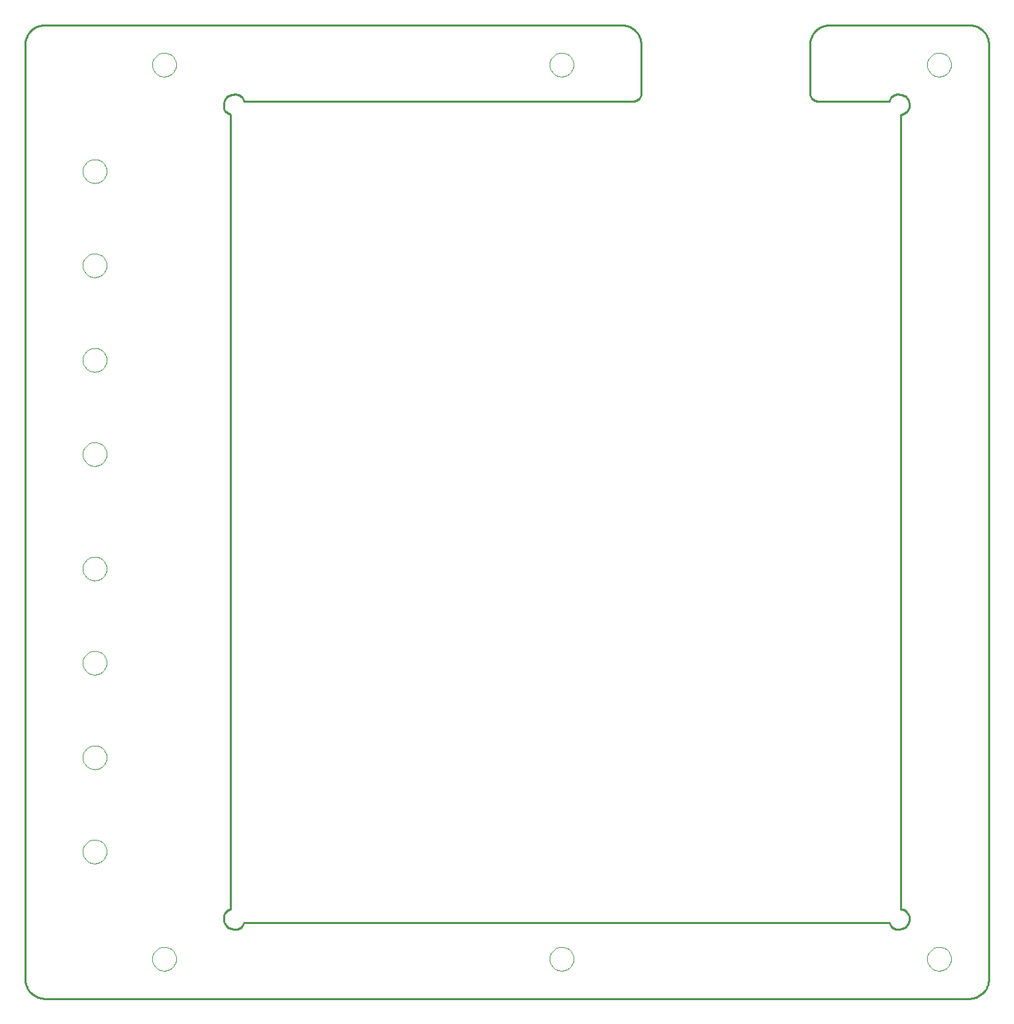
<source format=gtl>
G75*
G70*
%OFA0B0*%
%FSLAX24Y24*%
%IPPOS*%
%LPD*%
%AMOC8*
5,1,8,0,0,1.08239X$1,22.5*
%
%ADD10C,0.0100*%
%ADD11C,0.0000*%
D10*
X000151Y001151D02*
X000151Y048151D01*
X000153Y048211D01*
X000158Y048272D01*
X000167Y048331D01*
X000180Y048390D01*
X000196Y048449D01*
X000216Y048506D01*
X000239Y048561D01*
X000266Y048616D01*
X000295Y048668D01*
X000328Y048719D01*
X000364Y048768D01*
X000402Y048814D01*
X000444Y048858D01*
X000488Y048900D01*
X000534Y048938D01*
X000583Y048974D01*
X000634Y049007D01*
X000686Y049036D01*
X000741Y049063D01*
X000796Y049086D01*
X000853Y049106D01*
X000912Y049122D01*
X000971Y049135D01*
X001030Y049144D01*
X001091Y049149D01*
X001151Y049151D01*
X030151Y049151D01*
X030211Y049149D01*
X030272Y049144D01*
X030331Y049135D01*
X030390Y049122D01*
X030449Y049106D01*
X030506Y049086D01*
X030561Y049063D01*
X030616Y049036D01*
X030668Y049007D01*
X030719Y048974D01*
X030768Y048938D01*
X030814Y048900D01*
X030858Y048858D01*
X030900Y048814D01*
X030938Y048768D01*
X030974Y048719D01*
X031007Y048668D01*
X031036Y048616D01*
X031063Y048561D01*
X031086Y048506D01*
X031106Y048449D01*
X031122Y048390D01*
X031135Y048331D01*
X031144Y048272D01*
X031149Y048211D01*
X031151Y048151D01*
X031151Y045651D01*
X031142Y045613D01*
X031129Y045576D01*
X031112Y045540D01*
X031093Y045507D01*
X031070Y045475D01*
X031044Y045445D01*
X031016Y045418D01*
X030986Y045393D01*
X030953Y045372D01*
X030918Y045353D01*
X030882Y045338D01*
X030845Y045326D01*
X030807Y045318D01*
X030768Y045313D01*
X030729Y045312D01*
X030690Y045315D01*
X030651Y045321D01*
X011151Y045321D01*
X011142Y045359D01*
X011129Y045396D01*
X011112Y045432D01*
X011093Y045465D01*
X011070Y045497D01*
X011044Y045527D01*
X011016Y045554D01*
X010986Y045579D01*
X010953Y045600D01*
X010918Y045619D01*
X010882Y045634D01*
X010845Y045646D01*
X010807Y045654D01*
X010768Y045659D01*
X010729Y045660D01*
X010690Y045657D01*
X010651Y045651D01*
X010607Y045649D01*
X010564Y045643D01*
X010522Y045634D01*
X010480Y045621D01*
X010440Y045604D01*
X010401Y045584D01*
X010364Y045561D01*
X010330Y045534D01*
X010297Y045505D01*
X010268Y045472D01*
X010241Y045438D01*
X010218Y045401D01*
X010198Y045362D01*
X010181Y045322D01*
X010168Y045280D01*
X010159Y045238D01*
X010153Y045195D01*
X010151Y045151D01*
X010145Y045112D01*
X010142Y045073D01*
X010143Y045034D01*
X010148Y044995D01*
X010156Y044957D01*
X010168Y044920D01*
X010183Y044884D01*
X010202Y044849D01*
X010223Y044816D01*
X010248Y044786D01*
X010275Y044758D01*
X010305Y044732D01*
X010337Y044709D01*
X010370Y044690D01*
X010406Y044673D01*
X010443Y044660D01*
X010481Y044651D01*
X010481Y004651D01*
X010443Y004642D01*
X010406Y004629D01*
X010370Y004612D01*
X010337Y004593D01*
X010305Y004570D01*
X010275Y004544D01*
X010248Y004516D01*
X010223Y004486D01*
X010202Y004453D01*
X010183Y004418D01*
X010168Y004382D01*
X010156Y004345D01*
X010148Y004307D01*
X010143Y004268D01*
X010142Y004229D01*
X010145Y004190D01*
X010151Y004151D01*
X010153Y004107D01*
X010159Y004064D01*
X010168Y004022D01*
X010181Y003980D01*
X010198Y003940D01*
X010218Y003901D01*
X010241Y003864D01*
X010268Y003830D01*
X010297Y003797D01*
X010330Y003768D01*
X010364Y003741D01*
X010401Y003718D01*
X010440Y003698D01*
X010480Y003681D01*
X010522Y003668D01*
X010564Y003659D01*
X010607Y003653D01*
X010651Y003651D01*
X010690Y003645D01*
X010729Y003642D01*
X010768Y003643D01*
X010807Y003648D01*
X010845Y003656D01*
X010882Y003668D01*
X010918Y003683D01*
X010953Y003702D01*
X010986Y003723D01*
X011016Y003748D01*
X011044Y003775D01*
X011070Y003805D01*
X011093Y003837D01*
X011112Y003870D01*
X011129Y003906D01*
X011142Y003943D01*
X011151Y003981D01*
X043651Y003981D01*
X043660Y003943D01*
X043673Y003906D01*
X043690Y003870D01*
X043709Y003837D01*
X043732Y003805D01*
X043758Y003775D01*
X043786Y003748D01*
X043816Y003723D01*
X043849Y003702D01*
X043884Y003683D01*
X043920Y003668D01*
X043957Y003656D01*
X043995Y003648D01*
X044034Y003643D01*
X044073Y003642D01*
X044112Y003645D01*
X044151Y003651D01*
X044195Y003653D01*
X044238Y003659D01*
X044280Y003668D01*
X044322Y003681D01*
X044362Y003698D01*
X044401Y003718D01*
X044438Y003741D01*
X044472Y003768D01*
X044505Y003797D01*
X044534Y003830D01*
X044561Y003864D01*
X044584Y003901D01*
X044604Y003940D01*
X044621Y003980D01*
X044634Y004022D01*
X044643Y004064D01*
X044649Y004107D01*
X044651Y004151D01*
X044653Y004191D01*
X044651Y004232D01*
X044646Y004271D01*
X044637Y004311D01*
X044625Y004349D01*
X044610Y004386D01*
X044591Y004422D01*
X044569Y004456D01*
X044545Y004488D01*
X044518Y004518D01*
X044488Y004545D01*
X044456Y004570D01*
X044422Y004591D01*
X044386Y004610D01*
X044349Y004625D01*
X044310Y004637D01*
X044271Y004646D01*
X044231Y004651D01*
X044231Y044651D01*
X044271Y044656D01*
X044310Y044665D01*
X044349Y044677D01*
X044386Y044692D01*
X044422Y044711D01*
X044456Y044732D01*
X044488Y044757D01*
X044518Y044784D01*
X044545Y044814D01*
X044569Y044846D01*
X044591Y044880D01*
X044610Y044916D01*
X044625Y044953D01*
X044637Y044991D01*
X044646Y045031D01*
X044651Y045070D01*
X044653Y045111D01*
X044651Y045151D01*
X044649Y045195D01*
X044643Y045238D01*
X044634Y045280D01*
X044621Y045322D01*
X044604Y045362D01*
X044584Y045401D01*
X044561Y045438D01*
X044534Y045472D01*
X044505Y045505D01*
X044472Y045534D01*
X044438Y045561D01*
X044401Y045584D01*
X044362Y045604D01*
X044322Y045621D01*
X044280Y045634D01*
X044238Y045643D01*
X044195Y045649D01*
X044151Y045651D01*
X044112Y045657D01*
X044073Y045660D01*
X044034Y045659D01*
X043995Y045654D01*
X043957Y045646D01*
X043920Y045634D01*
X043884Y045619D01*
X043849Y045600D01*
X043816Y045579D01*
X043786Y045554D01*
X043758Y045527D01*
X043732Y045497D01*
X043709Y045465D01*
X043690Y045432D01*
X043673Y045396D01*
X043660Y045359D01*
X043651Y045321D01*
X040151Y045321D01*
X040112Y045315D01*
X040073Y045312D01*
X040034Y045313D01*
X039995Y045318D01*
X039957Y045326D01*
X039920Y045338D01*
X039884Y045353D01*
X039849Y045372D01*
X039816Y045393D01*
X039786Y045418D01*
X039758Y045445D01*
X039732Y045475D01*
X039709Y045507D01*
X039690Y045540D01*
X039673Y045576D01*
X039660Y045613D01*
X039651Y045651D01*
X039651Y048151D01*
X039653Y048211D01*
X039658Y048272D01*
X039667Y048331D01*
X039680Y048390D01*
X039696Y048449D01*
X039716Y048506D01*
X039739Y048561D01*
X039766Y048616D01*
X039795Y048668D01*
X039828Y048719D01*
X039864Y048768D01*
X039902Y048814D01*
X039944Y048858D01*
X039988Y048900D01*
X040034Y048938D01*
X040083Y048974D01*
X040134Y049007D01*
X040186Y049036D01*
X040241Y049063D01*
X040296Y049086D01*
X040353Y049106D01*
X040412Y049122D01*
X040471Y049135D01*
X040530Y049144D01*
X040591Y049149D01*
X040651Y049151D01*
X047651Y049151D01*
X047711Y049149D01*
X047772Y049144D01*
X047831Y049135D01*
X047890Y049122D01*
X047949Y049106D01*
X048006Y049086D01*
X048061Y049063D01*
X048116Y049036D01*
X048168Y049007D01*
X048219Y048974D01*
X048268Y048938D01*
X048314Y048900D01*
X048358Y048858D01*
X048400Y048814D01*
X048438Y048768D01*
X048474Y048719D01*
X048507Y048668D01*
X048536Y048616D01*
X048563Y048561D01*
X048586Y048506D01*
X048606Y048449D01*
X048622Y048390D01*
X048635Y048331D01*
X048644Y048272D01*
X048649Y048211D01*
X048651Y048151D01*
X048651Y001151D01*
X048649Y001091D01*
X048644Y001030D01*
X048635Y000971D01*
X048622Y000912D01*
X048606Y000853D01*
X048586Y000796D01*
X048563Y000741D01*
X048536Y000686D01*
X048507Y000634D01*
X048474Y000583D01*
X048438Y000534D01*
X048400Y000488D01*
X048358Y000444D01*
X048314Y000402D01*
X048268Y000364D01*
X048219Y000328D01*
X048168Y000295D01*
X048116Y000266D01*
X048061Y000239D01*
X048006Y000216D01*
X047949Y000196D01*
X047890Y000180D01*
X047831Y000167D01*
X047772Y000158D01*
X047711Y000153D01*
X047651Y000151D01*
X001151Y000151D01*
X001091Y000153D01*
X001030Y000158D01*
X000971Y000167D01*
X000912Y000180D01*
X000853Y000196D01*
X000796Y000216D01*
X000741Y000239D01*
X000686Y000266D01*
X000634Y000295D01*
X000583Y000328D01*
X000534Y000364D01*
X000488Y000402D01*
X000444Y000444D01*
X000402Y000488D01*
X000364Y000534D01*
X000328Y000583D01*
X000295Y000634D01*
X000266Y000686D01*
X000239Y000741D01*
X000216Y000796D01*
X000196Y000853D01*
X000180Y000912D01*
X000167Y000971D01*
X000158Y001030D01*
X000153Y001091D01*
X000151Y001151D01*
D11*
X003051Y007551D02*
X003053Y007600D01*
X003059Y007648D01*
X003069Y007696D01*
X003083Y007743D01*
X003100Y007789D01*
X003121Y007833D01*
X003146Y007875D01*
X003174Y007915D01*
X003206Y007953D01*
X003240Y007988D01*
X003277Y008020D01*
X003316Y008049D01*
X003358Y008075D01*
X003402Y008097D01*
X003447Y008115D01*
X003494Y008130D01*
X003541Y008141D01*
X003590Y008148D01*
X003639Y008151D01*
X003688Y008150D01*
X003736Y008145D01*
X003785Y008136D01*
X003832Y008123D01*
X003878Y008106D01*
X003922Y008086D01*
X003965Y008062D01*
X004006Y008035D01*
X004044Y008004D01*
X004080Y007971D01*
X004112Y007935D01*
X004142Y007896D01*
X004169Y007855D01*
X004192Y007811D01*
X004211Y007766D01*
X004227Y007720D01*
X004239Y007673D01*
X004247Y007624D01*
X004251Y007575D01*
X004251Y007527D01*
X004247Y007478D01*
X004239Y007429D01*
X004227Y007382D01*
X004211Y007336D01*
X004192Y007291D01*
X004169Y007247D01*
X004142Y007206D01*
X004112Y007167D01*
X004080Y007131D01*
X004044Y007098D01*
X004006Y007067D01*
X003965Y007040D01*
X003922Y007016D01*
X003878Y006996D01*
X003832Y006979D01*
X003785Y006966D01*
X003736Y006957D01*
X003688Y006952D01*
X003639Y006951D01*
X003590Y006954D01*
X003541Y006961D01*
X003494Y006972D01*
X003447Y006987D01*
X003402Y007005D01*
X003358Y007027D01*
X003316Y007053D01*
X003277Y007082D01*
X003240Y007114D01*
X003206Y007149D01*
X003174Y007187D01*
X003146Y007227D01*
X003121Y007269D01*
X003100Y007313D01*
X003083Y007359D01*
X003069Y007406D01*
X003059Y007454D01*
X003053Y007502D01*
X003051Y007551D01*
X003051Y012289D02*
X003053Y012338D01*
X003059Y012386D01*
X003069Y012434D01*
X003083Y012481D01*
X003100Y012527D01*
X003121Y012571D01*
X003146Y012613D01*
X003174Y012653D01*
X003206Y012691D01*
X003240Y012726D01*
X003277Y012758D01*
X003316Y012787D01*
X003358Y012813D01*
X003402Y012835D01*
X003447Y012853D01*
X003494Y012868D01*
X003541Y012879D01*
X003590Y012886D01*
X003639Y012889D01*
X003688Y012888D01*
X003736Y012883D01*
X003785Y012874D01*
X003832Y012861D01*
X003878Y012844D01*
X003922Y012824D01*
X003965Y012800D01*
X004006Y012773D01*
X004044Y012742D01*
X004080Y012709D01*
X004112Y012673D01*
X004142Y012634D01*
X004169Y012593D01*
X004192Y012549D01*
X004211Y012504D01*
X004227Y012458D01*
X004239Y012411D01*
X004247Y012362D01*
X004251Y012313D01*
X004251Y012265D01*
X004247Y012216D01*
X004239Y012167D01*
X004227Y012120D01*
X004211Y012074D01*
X004192Y012029D01*
X004169Y011985D01*
X004142Y011944D01*
X004112Y011905D01*
X004080Y011869D01*
X004044Y011836D01*
X004006Y011805D01*
X003965Y011778D01*
X003922Y011754D01*
X003878Y011734D01*
X003832Y011717D01*
X003785Y011704D01*
X003736Y011695D01*
X003688Y011690D01*
X003639Y011689D01*
X003590Y011692D01*
X003541Y011699D01*
X003494Y011710D01*
X003447Y011725D01*
X003402Y011743D01*
X003358Y011765D01*
X003316Y011791D01*
X003277Y011820D01*
X003240Y011852D01*
X003206Y011887D01*
X003174Y011925D01*
X003146Y011965D01*
X003121Y012007D01*
X003100Y012051D01*
X003083Y012097D01*
X003069Y012144D01*
X003059Y012192D01*
X003053Y012240D01*
X003051Y012289D01*
X003051Y017051D02*
X003053Y017100D01*
X003059Y017148D01*
X003069Y017196D01*
X003083Y017243D01*
X003100Y017289D01*
X003121Y017333D01*
X003146Y017375D01*
X003174Y017415D01*
X003206Y017453D01*
X003240Y017488D01*
X003277Y017520D01*
X003316Y017549D01*
X003358Y017575D01*
X003402Y017597D01*
X003447Y017615D01*
X003494Y017630D01*
X003541Y017641D01*
X003590Y017648D01*
X003639Y017651D01*
X003688Y017650D01*
X003736Y017645D01*
X003785Y017636D01*
X003832Y017623D01*
X003878Y017606D01*
X003922Y017586D01*
X003965Y017562D01*
X004006Y017535D01*
X004044Y017504D01*
X004080Y017471D01*
X004112Y017435D01*
X004142Y017396D01*
X004169Y017355D01*
X004192Y017311D01*
X004211Y017266D01*
X004227Y017220D01*
X004239Y017173D01*
X004247Y017124D01*
X004251Y017075D01*
X004251Y017027D01*
X004247Y016978D01*
X004239Y016929D01*
X004227Y016882D01*
X004211Y016836D01*
X004192Y016791D01*
X004169Y016747D01*
X004142Y016706D01*
X004112Y016667D01*
X004080Y016631D01*
X004044Y016598D01*
X004006Y016567D01*
X003965Y016540D01*
X003922Y016516D01*
X003878Y016496D01*
X003832Y016479D01*
X003785Y016466D01*
X003736Y016457D01*
X003688Y016452D01*
X003639Y016451D01*
X003590Y016454D01*
X003541Y016461D01*
X003494Y016472D01*
X003447Y016487D01*
X003402Y016505D01*
X003358Y016527D01*
X003316Y016553D01*
X003277Y016582D01*
X003240Y016614D01*
X003206Y016649D01*
X003174Y016687D01*
X003146Y016727D01*
X003121Y016769D01*
X003100Y016813D01*
X003083Y016859D01*
X003069Y016906D01*
X003059Y016954D01*
X003053Y017002D01*
X003051Y017051D01*
X003051Y021789D02*
X003053Y021838D01*
X003059Y021886D01*
X003069Y021934D01*
X003083Y021981D01*
X003100Y022027D01*
X003121Y022071D01*
X003146Y022113D01*
X003174Y022153D01*
X003206Y022191D01*
X003240Y022226D01*
X003277Y022258D01*
X003316Y022287D01*
X003358Y022313D01*
X003402Y022335D01*
X003447Y022353D01*
X003494Y022368D01*
X003541Y022379D01*
X003590Y022386D01*
X003639Y022389D01*
X003688Y022388D01*
X003736Y022383D01*
X003785Y022374D01*
X003832Y022361D01*
X003878Y022344D01*
X003922Y022324D01*
X003965Y022300D01*
X004006Y022273D01*
X004044Y022242D01*
X004080Y022209D01*
X004112Y022173D01*
X004142Y022134D01*
X004169Y022093D01*
X004192Y022049D01*
X004211Y022004D01*
X004227Y021958D01*
X004239Y021911D01*
X004247Y021862D01*
X004251Y021813D01*
X004251Y021765D01*
X004247Y021716D01*
X004239Y021667D01*
X004227Y021620D01*
X004211Y021574D01*
X004192Y021529D01*
X004169Y021485D01*
X004142Y021444D01*
X004112Y021405D01*
X004080Y021369D01*
X004044Y021336D01*
X004006Y021305D01*
X003965Y021278D01*
X003922Y021254D01*
X003878Y021234D01*
X003832Y021217D01*
X003785Y021204D01*
X003736Y021195D01*
X003688Y021190D01*
X003639Y021189D01*
X003590Y021192D01*
X003541Y021199D01*
X003494Y021210D01*
X003447Y021225D01*
X003402Y021243D01*
X003358Y021265D01*
X003316Y021291D01*
X003277Y021320D01*
X003240Y021352D01*
X003206Y021387D01*
X003174Y021425D01*
X003146Y021465D01*
X003121Y021507D01*
X003100Y021551D01*
X003083Y021597D01*
X003069Y021644D01*
X003059Y021692D01*
X003053Y021740D01*
X003051Y021789D01*
X003051Y027551D02*
X003053Y027600D01*
X003059Y027648D01*
X003069Y027696D01*
X003083Y027743D01*
X003100Y027789D01*
X003121Y027833D01*
X003146Y027875D01*
X003174Y027915D01*
X003206Y027953D01*
X003240Y027988D01*
X003277Y028020D01*
X003316Y028049D01*
X003358Y028075D01*
X003402Y028097D01*
X003447Y028115D01*
X003494Y028130D01*
X003541Y028141D01*
X003590Y028148D01*
X003639Y028151D01*
X003688Y028150D01*
X003736Y028145D01*
X003785Y028136D01*
X003832Y028123D01*
X003878Y028106D01*
X003922Y028086D01*
X003965Y028062D01*
X004006Y028035D01*
X004044Y028004D01*
X004080Y027971D01*
X004112Y027935D01*
X004142Y027896D01*
X004169Y027855D01*
X004192Y027811D01*
X004211Y027766D01*
X004227Y027720D01*
X004239Y027673D01*
X004247Y027624D01*
X004251Y027575D01*
X004251Y027527D01*
X004247Y027478D01*
X004239Y027429D01*
X004227Y027382D01*
X004211Y027336D01*
X004192Y027291D01*
X004169Y027247D01*
X004142Y027206D01*
X004112Y027167D01*
X004080Y027131D01*
X004044Y027098D01*
X004006Y027067D01*
X003965Y027040D01*
X003922Y027016D01*
X003878Y026996D01*
X003832Y026979D01*
X003785Y026966D01*
X003736Y026957D01*
X003688Y026952D01*
X003639Y026951D01*
X003590Y026954D01*
X003541Y026961D01*
X003494Y026972D01*
X003447Y026987D01*
X003402Y027005D01*
X003358Y027027D01*
X003316Y027053D01*
X003277Y027082D01*
X003240Y027114D01*
X003206Y027149D01*
X003174Y027187D01*
X003146Y027227D01*
X003121Y027269D01*
X003100Y027313D01*
X003083Y027359D01*
X003069Y027406D01*
X003059Y027454D01*
X003053Y027502D01*
X003051Y027551D01*
X003051Y032289D02*
X003053Y032338D01*
X003059Y032386D01*
X003069Y032434D01*
X003083Y032481D01*
X003100Y032527D01*
X003121Y032571D01*
X003146Y032613D01*
X003174Y032653D01*
X003206Y032691D01*
X003240Y032726D01*
X003277Y032758D01*
X003316Y032787D01*
X003358Y032813D01*
X003402Y032835D01*
X003447Y032853D01*
X003494Y032868D01*
X003541Y032879D01*
X003590Y032886D01*
X003639Y032889D01*
X003688Y032888D01*
X003736Y032883D01*
X003785Y032874D01*
X003832Y032861D01*
X003878Y032844D01*
X003922Y032824D01*
X003965Y032800D01*
X004006Y032773D01*
X004044Y032742D01*
X004080Y032709D01*
X004112Y032673D01*
X004142Y032634D01*
X004169Y032593D01*
X004192Y032549D01*
X004211Y032504D01*
X004227Y032458D01*
X004239Y032411D01*
X004247Y032362D01*
X004251Y032313D01*
X004251Y032265D01*
X004247Y032216D01*
X004239Y032167D01*
X004227Y032120D01*
X004211Y032074D01*
X004192Y032029D01*
X004169Y031985D01*
X004142Y031944D01*
X004112Y031905D01*
X004080Y031869D01*
X004044Y031836D01*
X004006Y031805D01*
X003965Y031778D01*
X003922Y031754D01*
X003878Y031734D01*
X003832Y031717D01*
X003785Y031704D01*
X003736Y031695D01*
X003688Y031690D01*
X003639Y031689D01*
X003590Y031692D01*
X003541Y031699D01*
X003494Y031710D01*
X003447Y031725D01*
X003402Y031743D01*
X003358Y031765D01*
X003316Y031791D01*
X003277Y031820D01*
X003240Y031852D01*
X003206Y031887D01*
X003174Y031925D01*
X003146Y031965D01*
X003121Y032007D01*
X003100Y032051D01*
X003083Y032097D01*
X003069Y032144D01*
X003059Y032192D01*
X003053Y032240D01*
X003051Y032289D01*
X003051Y037051D02*
X003053Y037100D01*
X003059Y037148D01*
X003069Y037196D01*
X003083Y037243D01*
X003100Y037289D01*
X003121Y037333D01*
X003146Y037375D01*
X003174Y037415D01*
X003206Y037453D01*
X003240Y037488D01*
X003277Y037520D01*
X003316Y037549D01*
X003358Y037575D01*
X003402Y037597D01*
X003447Y037615D01*
X003494Y037630D01*
X003541Y037641D01*
X003590Y037648D01*
X003639Y037651D01*
X003688Y037650D01*
X003736Y037645D01*
X003785Y037636D01*
X003832Y037623D01*
X003878Y037606D01*
X003922Y037586D01*
X003965Y037562D01*
X004006Y037535D01*
X004044Y037504D01*
X004080Y037471D01*
X004112Y037435D01*
X004142Y037396D01*
X004169Y037355D01*
X004192Y037311D01*
X004211Y037266D01*
X004227Y037220D01*
X004239Y037173D01*
X004247Y037124D01*
X004251Y037075D01*
X004251Y037027D01*
X004247Y036978D01*
X004239Y036929D01*
X004227Y036882D01*
X004211Y036836D01*
X004192Y036791D01*
X004169Y036747D01*
X004142Y036706D01*
X004112Y036667D01*
X004080Y036631D01*
X004044Y036598D01*
X004006Y036567D01*
X003965Y036540D01*
X003922Y036516D01*
X003878Y036496D01*
X003832Y036479D01*
X003785Y036466D01*
X003736Y036457D01*
X003688Y036452D01*
X003639Y036451D01*
X003590Y036454D01*
X003541Y036461D01*
X003494Y036472D01*
X003447Y036487D01*
X003402Y036505D01*
X003358Y036527D01*
X003316Y036553D01*
X003277Y036582D01*
X003240Y036614D01*
X003206Y036649D01*
X003174Y036687D01*
X003146Y036727D01*
X003121Y036769D01*
X003100Y036813D01*
X003083Y036859D01*
X003069Y036906D01*
X003059Y036954D01*
X003053Y037002D01*
X003051Y037051D01*
X003051Y041789D02*
X003053Y041838D01*
X003059Y041886D01*
X003069Y041934D01*
X003083Y041981D01*
X003100Y042027D01*
X003121Y042071D01*
X003146Y042113D01*
X003174Y042153D01*
X003206Y042191D01*
X003240Y042226D01*
X003277Y042258D01*
X003316Y042287D01*
X003358Y042313D01*
X003402Y042335D01*
X003447Y042353D01*
X003494Y042368D01*
X003541Y042379D01*
X003590Y042386D01*
X003639Y042389D01*
X003688Y042388D01*
X003736Y042383D01*
X003785Y042374D01*
X003832Y042361D01*
X003878Y042344D01*
X003922Y042324D01*
X003965Y042300D01*
X004006Y042273D01*
X004044Y042242D01*
X004080Y042209D01*
X004112Y042173D01*
X004142Y042134D01*
X004169Y042093D01*
X004192Y042049D01*
X004211Y042004D01*
X004227Y041958D01*
X004239Y041911D01*
X004247Y041862D01*
X004251Y041813D01*
X004251Y041765D01*
X004247Y041716D01*
X004239Y041667D01*
X004227Y041620D01*
X004211Y041574D01*
X004192Y041529D01*
X004169Y041485D01*
X004142Y041444D01*
X004112Y041405D01*
X004080Y041369D01*
X004044Y041336D01*
X004006Y041305D01*
X003965Y041278D01*
X003922Y041254D01*
X003878Y041234D01*
X003832Y041217D01*
X003785Y041204D01*
X003736Y041195D01*
X003688Y041190D01*
X003639Y041189D01*
X003590Y041192D01*
X003541Y041199D01*
X003494Y041210D01*
X003447Y041225D01*
X003402Y041243D01*
X003358Y041265D01*
X003316Y041291D01*
X003277Y041320D01*
X003240Y041352D01*
X003206Y041387D01*
X003174Y041425D01*
X003146Y041465D01*
X003121Y041507D01*
X003100Y041551D01*
X003083Y041597D01*
X003069Y041644D01*
X003059Y041692D01*
X003053Y041740D01*
X003051Y041789D01*
X006551Y047151D02*
X006553Y047200D01*
X006559Y047248D01*
X006569Y047296D01*
X006583Y047343D01*
X006600Y047389D01*
X006621Y047433D01*
X006646Y047475D01*
X006674Y047515D01*
X006706Y047553D01*
X006740Y047588D01*
X006777Y047620D01*
X006816Y047649D01*
X006858Y047675D01*
X006902Y047697D01*
X006947Y047715D01*
X006994Y047730D01*
X007041Y047741D01*
X007090Y047748D01*
X007139Y047751D01*
X007188Y047750D01*
X007236Y047745D01*
X007285Y047736D01*
X007332Y047723D01*
X007378Y047706D01*
X007422Y047686D01*
X007465Y047662D01*
X007506Y047635D01*
X007544Y047604D01*
X007580Y047571D01*
X007612Y047535D01*
X007642Y047496D01*
X007669Y047455D01*
X007692Y047411D01*
X007711Y047366D01*
X007727Y047320D01*
X007739Y047273D01*
X007747Y047224D01*
X007751Y047175D01*
X007751Y047127D01*
X007747Y047078D01*
X007739Y047029D01*
X007727Y046982D01*
X007711Y046936D01*
X007692Y046891D01*
X007669Y046847D01*
X007642Y046806D01*
X007612Y046767D01*
X007580Y046731D01*
X007544Y046698D01*
X007506Y046667D01*
X007465Y046640D01*
X007422Y046616D01*
X007378Y046596D01*
X007332Y046579D01*
X007285Y046566D01*
X007236Y046557D01*
X007188Y046552D01*
X007139Y046551D01*
X007090Y046554D01*
X007041Y046561D01*
X006994Y046572D01*
X006947Y046587D01*
X006902Y046605D01*
X006858Y046627D01*
X006816Y046653D01*
X006777Y046682D01*
X006740Y046714D01*
X006706Y046749D01*
X006674Y046787D01*
X006646Y046827D01*
X006621Y046869D01*
X006600Y046913D01*
X006583Y046959D01*
X006569Y047006D01*
X006559Y047054D01*
X006553Y047102D01*
X006551Y047151D01*
X026551Y047151D02*
X026553Y047200D01*
X026559Y047248D01*
X026569Y047296D01*
X026583Y047343D01*
X026600Y047389D01*
X026621Y047433D01*
X026646Y047475D01*
X026674Y047515D01*
X026706Y047553D01*
X026740Y047588D01*
X026777Y047620D01*
X026816Y047649D01*
X026858Y047675D01*
X026902Y047697D01*
X026947Y047715D01*
X026994Y047730D01*
X027041Y047741D01*
X027090Y047748D01*
X027139Y047751D01*
X027188Y047750D01*
X027236Y047745D01*
X027285Y047736D01*
X027332Y047723D01*
X027378Y047706D01*
X027422Y047686D01*
X027465Y047662D01*
X027506Y047635D01*
X027544Y047604D01*
X027580Y047571D01*
X027612Y047535D01*
X027642Y047496D01*
X027669Y047455D01*
X027692Y047411D01*
X027711Y047366D01*
X027727Y047320D01*
X027739Y047273D01*
X027747Y047224D01*
X027751Y047175D01*
X027751Y047127D01*
X027747Y047078D01*
X027739Y047029D01*
X027727Y046982D01*
X027711Y046936D01*
X027692Y046891D01*
X027669Y046847D01*
X027642Y046806D01*
X027612Y046767D01*
X027580Y046731D01*
X027544Y046698D01*
X027506Y046667D01*
X027465Y046640D01*
X027422Y046616D01*
X027378Y046596D01*
X027332Y046579D01*
X027285Y046566D01*
X027236Y046557D01*
X027188Y046552D01*
X027139Y046551D01*
X027090Y046554D01*
X027041Y046561D01*
X026994Y046572D01*
X026947Y046587D01*
X026902Y046605D01*
X026858Y046627D01*
X026816Y046653D01*
X026777Y046682D01*
X026740Y046714D01*
X026706Y046749D01*
X026674Y046787D01*
X026646Y046827D01*
X026621Y046869D01*
X026600Y046913D01*
X026583Y046959D01*
X026569Y047006D01*
X026559Y047054D01*
X026553Y047102D01*
X026551Y047151D01*
X045551Y047151D02*
X045553Y047200D01*
X045559Y047248D01*
X045569Y047296D01*
X045583Y047343D01*
X045600Y047389D01*
X045621Y047433D01*
X045646Y047475D01*
X045674Y047515D01*
X045706Y047553D01*
X045740Y047588D01*
X045777Y047620D01*
X045816Y047649D01*
X045858Y047675D01*
X045902Y047697D01*
X045947Y047715D01*
X045994Y047730D01*
X046041Y047741D01*
X046090Y047748D01*
X046139Y047751D01*
X046188Y047750D01*
X046236Y047745D01*
X046285Y047736D01*
X046332Y047723D01*
X046378Y047706D01*
X046422Y047686D01*
X046465Y047662D01*
X046506Y047635D01*
X046544Y047604D01*
X046580Y047571D01*
X046612Y047535D01*
X046642Y047496D01*
X046669Y047455D01*
X046692Y047411D01*
X046711Y047366D01*
X046727Y047320D01*
X046739Y047273D01*
X046747Y047224D01*
X046751Y047175D01*
X046751Y047127D01*
X046747Y047078D01*
X046739Y047029D01*
X046727Y046982D01*
X046711Y046936D01*
X046692Y046891D01*
X046669Y046847D01*
X046642Y046806D01*
X046612Y046767D01*
X046580Y046731D01*
X046544Y046698D01*
X046506Y046667D01*
X046465Y046640D01*
X046422Y046616D01*
X046378Y046596D01*
X046332Y046579D01*
X046285Y046566D01*
X046236Y046557D01*
X046188Y046552D01*
X046139Y046551D01*
X046090Y046554D01*
X046041Y046561D01*
X045994Y046572D01*
X045947Y046587D01*
X045902Y046605D01*
X045858Y046627D01*
X045816Y046653D01*
X045777Y046682D01*
X045740Y046714D01*
X045706Y046749D01*
X045674Y046787D01*
X045646Y046827D01*
X045621Y046869D01*
X045600Y046913D01*
X045583Y046959D01*
X045569Y047006D01*
X045559Y047054D01*
X045553Y047102D01*
X045551Y047151D01*
X045551Y002151D02*
X045553Y002200D01*
X045559Y002248D01*
X045569Y002296D01*
X045583Y002343D01*
X045600Y002389D01*
X045621Y002433D01*
X045646Y002475D01*
X045674Y002515D01*
X045706Y002553D01*
X045740Y002588D01*
X045777Y002620D01*
X045816Y002649D01*
X045858Y002675D01*
X045902Y002697D01*
X045947Y002715D01*
X045994Y002730D01*
X046041Y002741D01*
X046090Y002748D01*
X046139Y002751D01*
X046188Y002750D01*
X046236Y002745D01*
X046285Y002736D01*
X046332Y002723D01*
X046378Y002706D01*
X046422Y002686D01*
X046465Y002662D01*
X046506Y002635D01*
X046544Y002604D01*
X046580Y002571D01*
X046612Y002535D01*
X046642Y002496D01*
X046669Y002455D01*
X046692Y002411D01*
X046711Y002366D01*
X046727Y002320D01*
X046739Y002273D01*
X046747Y002224D01*
X046751Y002175D01*
X046751Y002127D01*
X046747Y002078D01*
X046739Y002029D01*
X046727Y001982D01*
X046711Y001936D01*
X046692Y001891D01*
X046669Y001847D01*
X046642Y001806D01*
X046612Y001767D01*
X046580Y001731D01*
X046544Y001698D01*
X046506Y001667D01*
X046465Y001640D01*
X046422Y001616D01*
X046378Y001596D01*
X046332Y001579D01*
X046285Y001566D01*
X046236Y001557D01*
X046188Y001552D01*
X046139Y001551D01*
X046090Y001554D01*
X046041Y001561D01*
X045994Y001572D01*
X045947Y001587D01*
X045902Y001605D01*
X045858Y001627D01*
X045816Y001653D01*
X045777Y001682D01*
X045740Y001714D01*
X045706Y001749D01*
X045674Y001787D01*
X045646Y001827D01*
X045621Y001869D01*
X045600Y001913D01*
X045583Y001959D01*
X045569Y002006D01*
X045559Y002054D01*
X045553Y002102D01*
X045551Y002151D01*
X026551Y002151D02*
X026553Y002200D01*
X026559Y002248D01*
X026569Y002296D01*
X026583Y002343D01*
X026600Y002389D01*
X026621Y002433D01*
X026646Y002475D01*
X026674Y002515D01*
X026706Y002553D01*
X026740Y002588D01*
X026777Y002620D01*
X026816Y002649D01*
X026858Y002675D01*
X026902Y002697D01*
X026947Y002715D01*
X026994Y002730D01*
X027041Y002741D01*
X027090Y002748D01*
X027139Y002751D01*
X027188Y002750D01*
X027236Y002745D01*
X027285Y002736D01*
X027332Y002723D01*
X027378Y002706D01*
X027422Y002686D01*
X027465Y002662D01*
X027506Y002635D01*
X027544Y002604D01*
X027580Y002571D01*
X027612Y002535D01*
X027642Y002496D01*
X027669Y002455D01*
X027692Y002411D01*
X027711Y002366D01*
X027727Y002320D01*
X027739Y002273D01*
X027747Y002224D01*
X027751Y002175D01*
X027751Y002127D01*
X027747Y002078D01*
X027739Y002029D01*
X027727Y001982D01*
X027711Y001936D01*
X027692Y001891D01*
X027669Y001847D01*
X027642Y001806D01*
X027612Y001767D01*
X027580Y001731D01*
X027544Y001698D01*
X027506Y001667D01*
X027465Y001640D01*
X027422Y001616D01*
X027378Y001596D01*
X027332Y001579D01*
X027285Y001566D01*
X027236Y001557D01*
X027188Y001552D01*
X027139Y001551D01*
X027090Y001554D01*
X027041Y001561D01*
X026994Y001572D01*
X026947Y001587D01*
X026902Y001605D01*
X026858Y001627D01*
X026816Y001653D01*
X026777Y001682D01*
X026740Y001714D01*
X026706Y001749D01*
X026674Y001787D01*
X026646Y001827D01*
X026621Y001869D01*
X026600Y001913D01*
X026583Y001959D01*
X026569Y002006D01*
X026559Y002054D01*
X026553Y002102D01*
X026551Y002151D01*
X006551Y002151D02*
X006553Y002200D01*
X006559Y002248D01*
X006569Y002296D01*
X006583Y002343D01*
X006600Y002389D01*
X006621Y002433D01*
X006646Y002475D01*
X006674Y002515D01*
X006706Y002553D01*
X006740Y002588D01*
X006777Y002620D01*
X006816Y002649D01*
X006858Y002675D01*
X006902Y002697D01*
X006947Y002715D01*
X006994Y002730D01*
X007041Y002741D01*
X007090Y002748D01*
X007139Y002751D01*
X007188Y002750D01*
X007236Y002745D01*
X007285Y002736D01*
X007332Y002723D01*
X007378Y002706D01*
X007422Y002686D01*
X007465Y002662D01*
X007506Y002635D01*
X007544Y002604D01*
X007580Y002571D01*
X007612Y002535D01*
X007642Y002496D01*
X007669Y002455D01*
X007692Y002411D01*
X007711Y002366D01*
X007727Y002320D01*
X007739Y002273D01*
X007747Y002224D01*
X007751Y002175D01*
X007751Y002127D01*
X007747Y002078D01*
X007739Y002029D01*
X007727Y001982D01*
X007711Y001936D01*
X007692Y001891D01*
X007669Y001847D01*
X007642Y001806D01*
X007612Y001767D01*
X007580Y001731D01*
X007544Y001698D01*
X007506Y001667D01*
X007465Y001640D01*
X007422Y001616D01*
X007378Y001596D01*
X007332Y001579D01*
X007285Y001566D01*
X007236Y001557D01*
X007188Y001552D01*
X007139Y001551D01*
X007090Y001554D01*
X007041Y001561D01*
X006994Y001572D01*
X006947Y001587D01*
X006902Y001605D01*
X006858Y001627D01*
X006816Y001653D01*
X006777Y001682D01*
X006740Y001714D01*
X006706Y001749D01*
X006674Y001787D01*
X006646Y001827D01*
X006621Y001869D01*
X006600Y001913D01*
X006583Y001959D01*
X006569Y002006D01*
X006559Y002054D01*
X006553Y002102D01*
X006551Y002151D01*
M02*

</source>
